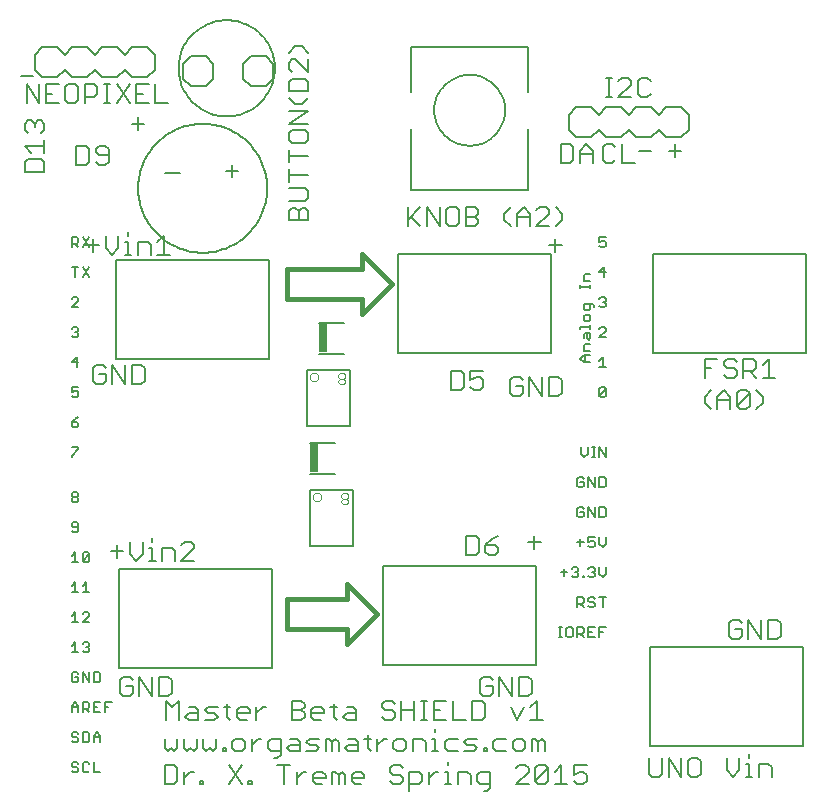
<source format=gto>
G75*
%MOIN*%
%OFA0B0*%
%FSLAX24Y24*%
%IPPOS*%
%LPD*%
%AMOC8*
5,1,8,0,0,1.08239X$1,22.5*
%
%ADD10C,0.0060*%
%ADD11C,0.0050*%
%ADD12C,0.0160*%
%ADD13C,0.0020*%
%ADD14C,0.0040*%
%ADD15C,0.0080*%
%ADD16R,0.0266X0.0965*%
D10*
X007830Y009682D02*
X008150Y009682D01*
X008257Y009789D01*
X008257Y010216D01*
X008150Y010323D01*
X007830Y010323D01*
X007830Y009682D01*
X008475Y009682D02*
X008475Y010109D01*
X008475Y009896D02*
X008688Y010109D01*
X008795Y010109D01*
X009012Y009789D02*
X009118Y009789D01*
X009118Y009682D01*
X009012Y009682D01*
X009012Y009789D01*
X009978Y009682D02*
X010406Y010323D01*
X010406Y010782D02*
X010193Y010782D01*
X010086Y010889D01*
X010086Y011103D01*
X010193Y011209D01*
X010406Y011209D01*
X010513Y011103D01*
X010513Y010889D01*
X010406Y010782D01*
X010730Y010782D02*
X010730Y011209D01*
X010730Y010996D02*
X010944Y011209D01*
X011051Y011209D01*
X011268Y011103D02*
X011268Y010889D01*
X011374Y010782D01*
X011695Y010782D01*
X011695Y010676D02*
X011695Y011209D01*
X011374Y011209D01*
X011268Y011103D01*
X011481Y010569D02*
X011588Y010569D01*
X011695Y010676D01*
X011912Y010889D02*
X012019Y010996D01*
X012339Y010996D01*
X012339Y011103D02*
X012339Y010782D01*
X012019Y010782D01*
X011912Y010889D01*
X012019Y011209D02*
X012232Y011209D01*
X012339Y011103D01*
X012557Y011103D02*
X012663Y011209D01*
X012984Y011209D01*
X013201Y011209D02*
X013201Y010782D01*
X013415Y010782D02*
X013415Y011103D01*
X013522Y011209D01*
X013628Y011103D01*
X013628Y010782D01*
X013846Y010889D02*
X013953Y010996D01*
X014273Y010996D01*
X014273Y011103D02*
X014273Y010782D01*
X013953Y010782D01*
X013846Y010889D01*
X013953Y011209D02*
X014166Y011209D01*
X014273Y011103D01*
X014490Y011209D02*
X014704Y011209D01*
X014597Y011316D02*
X014597Y010889D01*
X014704Y010782D01*
X014920Y010782D02*
X014920Y011209D01*
X014920Y010996D02*
X015134Y011209D01*
X015240Y011209D01*
X015457Y011103D02*
X015457Y010889D01*
X015564Y010782D01*
X015777Y010782D01*
X015884Y010889D01*
X015884Y011103D01*
X015777Y011209D01*
X015564Y011209D01*
X015457Y011103D01*
X016102Y011209D02*
X016102Y010782D01*
X016529Y010782D02*
X016529Y011103D01*
X016422Y011209D01*
X016102Y011209D01*
X016149Y011832D02*
X016149Y012473D01*
X016367Y012473D02*
X016580Y012473D01*
X016473Y012473D02*
X016473Y011832D01*
X016367Y011832D02*
X016580Y011832D01*
X016796Y011832D02*
X017223Y011832D01*
X017441Y011832D02*
X017868Y011832D01*
X018085Y011832D02*
X018406Y011832D01*
X018512Y011939D01*
X018512Y012366D01*
X018406Y012473D01*
X018085Y012473D01*
X018085Y011832D01*
X017927Y011209D02*
X018248Y011209D01*
X018141Y010996D02*
X017927Y010996D01*
X017821Y011103D01*
X017927Y011209D01*
X018141Y010996D02*
X018248Y010889D01*
X018141Y010782D01*
X017821Y010782D01*
X017603Y010782D02*
X017283Y010782D01*
X017176Y010889D01*
X017176Y011103D01*
X017283Y011209D01*
X017603Y011209D01*
X017441Y011832D02*
X017441Y012473D01*
X017223Y012473D02*
X016796Y012473D01*
X016796Y011832D01*
X016853Y011530D02*
X016853Y011423D01*
X016853Y011209D02*
X016853Y010782D01*
X016746Y010782D02*
X016960Y010782D01*
X016853Y011209D02*
X016746Y011209D01*
X017283Y010430D02*
X017283Y010323D01*
X017283Y010109D02*
X017176Y010109D01*
X017283Y010109D02*
X017283Y009682D01*
X017389Y009682D02*
X017176Y009682D01*
X016959Y010109D02*
X016852Y010109D01*
X016639Y009896D01*
X016639Y010109D02*
X016639Y009682D01*
X016421Y009789D02*
X016421Y010003D01*
X016315Y010109D01*
X015994Y010109D01*
X015994Y009469D01*
X015994Y009682D02*
X016315Y009682D01*
X016421Y009789D01*
X015777Y009789D02*
X015670Y009682D01*
X015457Y009682D01*
X015350Y009789D01*
X015457Y010003D02*
X015350Y010109D01*
X015350Y010216D01*
X015457Y010323D01*
X015670Y010323D01*
X015777Y010216D01*
X015670Y010003D02*
X015777Y009896D01*
X015777Y009789D01*
X015670Y010003D02*
X015457Y010003D01*
X014488Y010003D02*
X014488Y009896D01*
X014061Y009896D01*
X014061Y010003D02*
X014167Y010109D01*
X014381Y010109D01*
X014488Y010003D01*
X014381Y009682D02*
X014167Y009682D01*
X014061Y009789D01*
X014061Y010003D01*
X013843Y010003D02*
X013843Y009682D01*
X013630Y009682D02*
X013630Y010003D01*
X013736Y010109D01*
X013843Y010003D01*
X013630Y010003D02*
X013523Y010109D01*
X013416Y010109D01*
X013416Y009682D01*
X013199Y009896D02*
X012772Y009896D01*
X012772Y010003D02*
X012878Y010109D01*
X013092Y010109D01*
X013199Y010003D01*
X013199Y009896D01*
X013092Y009682D02*
X012878Y009682D01*
X012772Y009789D01*
X012772Y010003D01*
X012555Y010109D02*
X012448Y010109D01*
X012234Y009896D01*
X012234Y010109D02*
X012234Y009682D01*
X011803Y009682D02*
X011803Y010323D01*
X011590Y010323D02*
X012017Y010323D01*
X012557Y010782D02*
X012877Y010782D01*
X012984Y010889D01*
X012877Y010996D01*
X012663Y010996D01*
X012557Y011103D01*
X013201Y011209D02*
X013308Y011209D01*
X013415Y011103D01*
X013572Y011832D02*
X013465Y011939D01*
X013465Y012366D01*
X013359Y012259D02*
X013572Y012259D01*
X013895Y012259D02*
X014109Y012259D01*
X014215Y012153D01*
X014215Y011832D01*
X013895Y011832D01*
X013788Y011939D01*
X013895Y012046D01*
X014215Y012046D01*
X015077Y011939D02*
X015184Y011832D01*
X015398Y011832D01*
X015505Y011939D01*
X015505Y012046D01*
X015398Y012153D01*
X015184Y012153D01*
X015077Y012259D01*
X015077Y012366D01*
X015184Y012473D01*
X015398Y012473D01*
X015505Y012366D01*
X015722Y012473D02*
X015722Y011832D01*
X015722Y012153D02*
X016149Y012153D01*
X016796Y012153D02*
X017010Y012153D01*
X018346Y012739D02*
X018453Y012632D01*
X018667Y012632D01*
X018773Y012739D01*
X018773Y012953D01*
X018560Y012953D01*
X018773Y013166D02*
X018667Y013273D01*
X018453Y013273D01*
X018346Y013166D01*
X018346Y012739D01*
X018991Y012632D02*
X018991Y013273D01*
X019418Y012632D01*
X019418Y013273D01*
X019635Y013273D02*
X019956Y013273D01*
X020062Y013166D01*
X020062Y012739D01*
X019956Y012632D01*
X019635Y012632D01*
X019635Y013273D01*
X020233Y012473D02*
X020233Y011832D01*
X020446Y011832D02*
X020019Y011832D01*
X020019Y012259D02*
X020233Y012473D01*
X019802Y012259D02*
X019588Y011832D01*
X019374Y012259D01*
X019214Y011209D02*
X018894Y011209D01*
X018787Y011103D01*
X018787Y010889D01*
X018894Y010782D01*
X019214Y010782D01*
X019432Y010889D02*
X019432Y011103D01*
X019539Y011209D01*
X019752Y011209D01*
X019859Y011103D01*
X019859Y010889D01*
X019752Y010782D01*
X019539Y010782D01*
X019432Y010889D01*
X019646Y010323D02*
X019539Y010216D01*
X019646Y010323D02*
X019860Y010323D01*
X019966Y010216D01*
X019966Y010109D01*
X019539Y009682D01*
X019966Y009682D01*
X020184Y009789D02*
X020611Y010216D01*
X020611Y009789D01*
X020504Y009682D01*
X020291Y009682D01*
X020184Y009789D01*
X020184Y010216D01*
X020291Y010323D01*
X020504Y010323D01*
X020611Y010216D01*
X020828Y010109D02*
X021042Y010323D01*
X021042Y009682D01*
X021255Y009682D02*
X020828Y009682D01*
X021473Y009789D02*
X021580Y009682D01*
X021793Y009682D01*
X021900Y009789D01*
X021900Y010003D01*
X021793Y010109D01*
X021686Y010109D01*
X021473Y010003D01*
X021473Y010323D01*
X021900Y010323D01*
X020503Y010782D02*
X020503Y011103D01*
X020397Y011209D01*
X020290Y011103D01*
X020290Y010782D01*
X020076Y010782D02*
X020076Y011209D01*
X020183Y011209D01*
X020290Y011103D01*
X018572Y010889D02*
X018572Y010782D01*
X018465Y010782D01*
X018465Y010889D01*
X018572Y010889D01*
X018677Y010109D02*
X018357Y010109D01*
X018250Y010003D01*
X018250Y009789D01*
X018357Y009682D01*
X018677Y009682D01*
X018677Y009576D02*
X018677Y010109D01*
X018677Y009576D02*
X018570Y009469D01*
X018464Y009469D01*
X018033Y009682D02*
X018033Y010003D01*
X017926Y010109D01*
X017606Y010109D01*
X017606Y009682D01*
X020966Y014582D02*
X021080Y014582D01*
X021023Y014582D02*
X021023Y014923D01*
X020966Y014923D02*
X021080Y014923D01*
X021212Y014866D02*
X021212Y014639D01*
X021268Y014582D01*
X021382Y014582D01*
X021439Y014639D01*
X021439Y014866D01*
X021382Y014923D01*
X021268Y014923D01*
X021212Y014866D01*
X021580Y014923D02*
X021580Y014582D01*
X021580Y014696D02*
X021750Y014696D01*
X021807Y014753D01*
X021807Y014866D01*
X021750Y014923D01*
X021580Y014923D01*
X021693Y014696D02*
X021807Y014582D01*
X021948Y014582D02*
X022175Y014582D01*
X022317Y014582D02*
X022317Y014923D01*
X022544Y014923D01*
X022430Y014753D02*
X022317Y014753D01*
X022175Y014923D02*
X021948Y014923D01*
X021948Y014582D01*
X021948Y014753D02*
X022062Y014753D01*
X022119Y015582D02*
X022005Y015582D01*
X021948Y015639D01*
X022005Y015753D02*
X021948Y015809D01*
X021948Y015866D01*
X022005Y015923D01*
X022119Y015923D01*
X022175Y015866D01*
X022119Y015753D02*
X022175Y015696D01*
X022175Y015639D01*
X022119Y015582D01*
X022119Y015753D02*
X022005Y015753D01*
X021807Y015753D02*
X021750Y015696D01*
X021580Y015696D01*
X021693Y015696D02*
X021807Y015582D01*
X021807Y015753D02*
X021807Y015866D01*
X021750Y015923D01*
X021580Y015923D01*
X021580Y015582D01*
X022317Y015923D02*
X022544Y015923D01*
X022430Y015923D02*
X022430Y015582D01*
X022430Y016582D02*
X022544Y016696D01*
X022544Y016923D01*
X022317Y016923D02*
X022317Y016696D01*
X022430Y016582D01*
X022175Y016639D02*
X022119Y016582D01*
X022005Y016582D01*
X021948Y016639D01*
X021821Y016639D02*
X021821Y016582D01*
X021764Y016582D01*
X021764Y016639D01*
X021821Y016639D01*
X021623Y016639D02*
X021566Y016582D01*
X021453Y016582D01*
X021396Y016639D01*
X021509Y016753D02*
X021566Y016753D01*
X021623Y016696D01*
X021623Y016639D01*
X021566Y016753D02*
X021623Y016809D01*
X021623Y016866D01*
X021566Y016923D01*
X021453Y016923D01*
X021396Y016866D01*
X021254Y016753D02*
X021028Y016753D01*
X021141Y016866D02*
X021141Y016639D01*
X021948Y016866D02*
X022005Y016923D01*
X022119Y016923D01*
X022175Y016866D01*
X022175Y016809D01*
X022119Y016753D01*
X022175Y016696D01*
X022175Y016639D01*
X022119Y016753D02*
X022062Y016753D01*
X022119Y017582D02*
X022005Y017582D01*
X021948Y017639D01*
X021948Y017753D02*
X022062Y017809D01*
X022119Y017809D01*
X022175Y017753D01*
X022175Y017639D01*
X022119Y017582D01*
X022317Y017696D02*
X022430Y017582D01*
X022544Y017696D01*
X022544Y017923D01*
X022317Y017923D02*
X022317Y017696D01*
X022175Y017923D02*
X021948Y017923D01*
X021948Y017753D01*
X021807Y017753D02*
X021580Y017753D01*
X021693Y017866D02*
X021693Y017639D01*
X021637Y018582D02*
X021750Y018582D01*
X021807Y018639D01*
X021807Y018753D01*
X021693Y018753D01*
X021580Y018866D02*
X021580Y018639D01*
X021637Y018582D01*
X021580Y018866D02*
X021637Y018923D01*
X021750Y018923D01*
X021807Y018866D01*
X021948Y018923D02*
X022175Y018582D01*
X022175Y018923D01*
X022317Y018923D02*
X022317Y018582D01*
X022487Y018582D01*
X022544Y018639D01*
X022544Y018866D01*
X022487Y018923D01*
X022317Y018923D01*
X021948Y018923D02*
X021948Y018582D01*
X021948Y019582D02*
X021948Y019923D01*
X022175Y019582D01*
X022175Y019923D01*
X022317Y019923D02*
X022317Y019582D01*
X022487Y019582D01*
X022544Y019639D01*
X022544Y019866D01*
X022487Y019923D01*
X022317Y019923D01*
X021807Y019866D02*
X021750Y019923D01*
X021637Y019923D01*
X021580Y019866D01*
X021580Y019639D01*
X021637Y019582D01*
X021750Y019582D01*
X021807Y019639D01*
X021807Y019753D01*
X021693Y019753D01*
X021816Y020582D02*
X021930Y020696D01*
X021930Y020923D01*
X022071Y020923D02*
X022185Y020923D01*
X022128Y020923D02*
X022128Y020582D01*
X022071Y020582D02*
X022185Y020582D01*
X022317Y020582D02*
X022317Y020923D01*
X022544Y020582D01*
X022544Y020923D01*
X021816Y020582D02*
X021703Y020696D01*
X021703Y020923D01*
X022373Y022582D02*
X022317Y022639D01*
X022544Y022866D01*
X022544Y022639D01*
X022487Y022582D01*
X022373Y022582D01*
X022317Y022639D02*
X022317Y022866D01*
X022373Y022923D01*
X022487Y022923D01*
X022544Y022866D01*
X022544Y023582D02*
X022317Y023582D01*
X022430Y023582D02*
X022430Y023923D01*
X022317Y023809D01*
X022025Y023763D02*
X021798Y023763D01*
X021685Y023877D01*
X021798Y023990D01*
X022025Y023990D01*
X022025Y024131D02*
X021798Y024131D01*
X021798Y024302D01*
X021855Y024358D01*
X022025Y024358D01*
X021968Y024500D02*
X022025Y024556D01*
X022025Y024727D01*
X021855Y024727D01*
X021798Y024670D01*
X021798Y024556D01*
X021912Y024556D02*
X021912Y024727D01*
X021912Y024556D02*
X021968Y024500D01*
X022025Y024868D02*
X022025Y024981D01*
X022025Y024925D02*
X021685Y024925D01*
X021685Y024868D01*
X021855Y025114D02*
X021968Y025114D01*
X022025Y025170D01*
X022025Y025284D01*
X021968Y025340D01*
X021855Y025340D01*
X021798Y025284D01*
X021798Y025170D01*
X021855Y025114D01*
X021855Y025482D02*
X021968Y025482D01*
X022025Y025539D01*
X022025Y025709D01*
X022082Y025709D02*
X021798Y025709D01*
X021798Y025539D01*
X021855Y025482D01*
X022138Y025595D02*
X022138Y025652D01*
X022082Y025709D01*
X022317Y025639D02*
X022373Y025582D01*
X022487Y025582D01*
X022544Y025639D01*
X022544Y025696D01*
X022487Y025753D01*
X022430Y025753D01*
X022487Y025753D02*
X022544Y025809D01*
X022544Y025866D01*
X022487Y025923D01*
X022373Y025923D01*
X022317Y025866D01*
X022025Y026219D02*
X022025Y026332D01*
X022025Y026275D02*
X021685Y026275D01*
X021685Y026219D02*
X021685Y026332D01*
X021798Y026464D02*
X021798Y026634D01*
X021855Y026691D01*
X022025Y026691D01*
X022025Y026464D02*
X021798Y026464D01*
X022317Y026753D02*
X022544Y026753D01*
X022487Y026923D02*
X022317Y026753D01*
X022487Y026923D02*
X022487Y026582D01*
X022487Y027582D02*
X022373Y027582D01*
X022317Y027639D01*
X022317Y027753D02*
X022430Y027809D01*
X022487Y027809D01*
X022544Y027753D01*
X022544Y027639D01*
X022487Y027582D01*
X022317Y027753D02*
X022317Y027923D01*
X022544Y027923D01*
X021062Y027653D02*
X020635Y027653D01*
X020849Y027866D02*
X020849Y027439D01*
X020872Y028282D02*
X021085Y028496D01*
X021085Y028709D01*
X020872Y028923D01*
X020654Y028816D02*
X020547Y028923D01*
X020334Y028923D01*
X020227Y028816D01*
X020009Y028709D02*
X020009Y028282D01*
X020227Y028282D02*
X020654Y028709D01*
X020654Y028816D01*
X020654Y028282D02*
X020227Y028282D01*
X020009Y028603D02*
X019582Y028603D01*
X019582Y028709D02*
X019796Y028923D01*
X020009Y028709D01*
X019582Y028709D02*
X019582Y028282D01*
X019366Y028282D02*
X019153Y028496D01*
X019153Y028709D01*
X019366Y028923D01*
X018291Y028816D02*
X018291Y028709D01*
X018184Y028603D01*
X017864Y028603D01*
X017646Y028816D02*
X017646Y028389D01*
X017539Y028282D01*
X017326Y028282D01*
X017219Y028389D01*
X017219Y028816D01*
X017326Y028923D01*
X017539Y028923D01*
X017646Y028816D01*
X017864Y028923D02*
X017864Y028282D01*
X018184Y028282D01*
X018291Y028389D01*
X018291Y028496D01*
X018184Y028603D01*
X018291Y028816D02*
X018184Y028923D01*
X017864Y028923D01*
X017002Y028923D02*
X017002Y028282D01*
X016575Y028923D01*
X016575Y028282D01*
X016357Y028282D02*
X016037Y028603D01*
X015930Y028496D02*
X016357Y028923D01*
X015930Y028923D02*
X015930Y028282D01*
X012620Y028482D02*
X012620Y028803D01*
X012513Y028909D01*
X012406Y028909D01*
X012300Y028803D01*
X012300Y028482D01*
X012620Y028482D02*
X011979Y028482D01*
X011979Y028803D01*
X012086Y028909D01*
X012193Y028909D01*
X012300Y028803D01*
X012513Y029127D02*
X011979Y029127D01*
X011979Y029554D02*
X012513Y029554D01*
X012620Y029447D01*
X012620Y029234D01*
X012513Y029127D01*
X011979Y029771D02*
X011979Y030198D01*
X011979Y029985D02*
X012620Y029985D01*
X012620Y030630D02*
X011979Y030630D01*
X011979Y030843D02*
X011979Y030416D01*
X012086Y031061D02*
X012513Y031061D01*
X012620Y031167D01*
X012620Y031381D01*
X012513Y031488D01*
X012086Y031488D01*
X011979Y031381D01*
X011979Y031167D01*
X012086Y031061D01*
X011979Y031705D02*
X012620Y032132D01*
X011979Y032132D01*
X012193Y032350D02*
X011979Y032563D01*
X011979Y032779D02*
X011979Y033100D01*
X012086Y033206D01*
X012513Y033206D01*
X012620Y033100D01*
X012620Y032779D01*
X011979Y032779D01*
X012193Y032350D02*
X012406Y032350D01*
X012620Y032563D01*
X012620Y033424D02*
X012193Y033851D01*
X012086Y033851D01*
X011979Y033744D01*
X011979Y033531D01*
X012086Y033424D01*
X012620Y033424D02*
X012620Y033851D01*
X012620Y034068D02*
X012406Y034282D01*
X012193Y034282D01*
X011979Y034068D01*
X011979Y031705D02*
X012620Y031705D01*
X007954Y032382D02*
X007527Y032382D01*
X007527Y033023D01*
X007309Y033023D02*
X006882Y033023D01*
X006882Y032382D01*
X007309Y032382D01*
X007096Y032703D02*
X006882Y032703D01*
X006665Y033023D02*
X006238Y032382D01*
X006022Y032382D02*
X005808Y032382D01*
X005915Y032382D02*
X005915Y033023D01*
X005808Y033023D02*
X006022Y033023D01*
X006238Y033023D02*
X006665Y032382D01*
X006944Y031916D02*
X006944Y031489D01*
X007157Y031703D02*
X006730Y031703D01*
X005962Y030866D02*
X005856Y030973D01*
X005642Y030973D01*
X005535Y030866D01*
X005535Y030759D01*
X005642Y030653D01*
X005962Y030653D01*
X005962Y030866D02*
X005962Y030439D01*
X005856Y030332D01*
X005642Y030332D01*
X005535Y030439D01*
X005318Y030439D02*
X005211Y030332D01*
X004891Y030332D01*
X004891Y030973D01*
X005211Y030973D01*
X005318Y030866D01*
X005318Y030439D01*
X003820Y030419D02*
X003820Y030099D01*
X003179Y030099D01*
X003179Y030419D01*
X003286Y030526D01*
X003713Y030526D01*
X003820Y030419D01*
X003820Y030743D02*
X003820Y031170D01*
X003820Y030957D02*
X003179Y030957D01*
X003393Y030743D01*
X003286Y031388D02*
X003179Y031495D01*
X003179Y031708D01*
X003286Y031815D01*
X003393Y031815D01*
X003500Y031708D01*
X003606Y031815D01*
X003713Y031815D01*
X003820Y031708D01*
X003820Y031495D01*
X003713Y031388D01*
X003500Y031601D02*
X003500Y031708D01*
X003657Y032382D02*
X003657Y033023D01*
X003875Y033023D02*
X003875Y032382D01*
X004302Y032382D01*
X004519Y032489D02*
X004626Y032382D01*
X004839Y032382D01*
X004946Y032489D01*
X004946Y032916D01*
X004839Y033023D01*
X004626Y033023D01*
X004519Y032916D01*
X004519Y032489D01*
X004302Y033023D02*
X003875Y033023D01*
X003875Y032703D02*
X004088Y032703D01*
X003657Y032382D02*
X003230Y033023D01*
X003230Y032382D01*
X003030Y033303D02*
X003457Y033303D01*
X005164Y033023D02*
X005164Y032382D01*
X005164Y032596D02*
X005484Y032596D01*
X005591Y032703D01*
X005591Y032916D01*
X005484Y033023D01*
X005164Y033023D01*
X005867Y027973D02*
X005867Y027546D01*
X006080Y027332D01*
X006294Y027546D01*
X006294Y027973D01*
X006511Y027759D02*
X006618Y027759D01*
X006618Y027332D01*
X006511Y027332D02*
X006725Y027332D01*
X006941Y027332D02*
X006941Y027759D01*
X007261Y027759D01*
X007368Y027653D01*
X007368Y027332D01*
X007585Y027332D02*
X008012Y027332D01*
X007799Y027332D02*
X007799Y027973D01*
X007585Y027759D01*
X006618Y027973D02*
X006618Y028080D01*
X005649Y027653D02*
X005222Y027653D01*
X005325Y027582D02*
X005098Y027923D01*
X004957Y027866D02*
X004957Y027753D01*
X004900Y027696D01*
X004730Y027696D01*
X004843Y027696D02*
X004957Y027582D01*
X005098Y027582D02*
X005325Y027923D01*
X005436Y027866D02*
X005436Y027439D01*
X005325Y026923D02*
X005098Y026582D01*
X005325Y026582D02*
X005098Y026923D01*
X004957Y026923D02*
X004730Y026923D01*
X004843Y026923D02*
X004843Y026582D01*
X004787Y025923D02*
X004730Y025866D01*
X004787Y025923D02*
X004900Y025923D01*
X004957Y025866D01*
X004957Y025809D01*
X004730Y025582D01*
X004957Y025582D01*
X004900Y024923D02*
X004957Y024866D01*
X004957Y024809D01*
X004900Y024753D01*
X004957Y024696D01*
X004957Y024639D01*
X004900Y024582D01*
X004787Y024582D01*
X004730Y024639D01*
X004843Y024753D02*
X004900Y024753D01*
X004900Y024923D02*
X004787Y024923D01*
X004730Y024866D01*
X004900Y023923D02*
X004730Y023753D01*
X004957Y023753D01*
X004900Y023923D02*
X004900Y023582D01*
X005446Y023566D02*
X005446Y023139D01*
X005553Y023032D01*
X005767Y023032D01*
X005873Y023139D01*
X005873Y023353D01*
X005660Y023353D01*
X005873Y023566D02*
X005767Y023673D01*
X005553Y023673D01*
X005446Y023566D01*
X006091Y023673D02*
X006091Y023032D01*
X006518Y023032D02*
X006518Y023673D01*
X006735Y023673D02*
X007056Y023673D01*
X007162Y023566D01*
X007162Y023139D01*
X007056Y023032D01*
X006735Y023032D01*
X006735Y023673D01*
X006091Y023673D02*
X006518Y023032D01*
X004957Y022923D02*
X004730Y022923D01*
X004730Y022753D01*
X004843Y022809D01*
X004900Y022809D01*
X004957Y022753D01*
X004957Y022639D01*
X004900Y022582D01*
X004787Y022582D01*
X004730Y022639D01*
X004957Y021923D02*
X004843Y021866D01*
X004730Y021753D01*
X004900Y021753D01*
X004957Y021696D01*
X004957Y021639D01*
X004900Y021582D01*
X004787Y021582D01*
X004730Y021639D01*
X004730Y021753D01*
X004730Y020923D02*
X004957Y020923D01*
X004957Y020866D01*
X004730Y020639D01*
X004730Y020582D01*
X004787Y019423D02*
X004900Y019423D01*
X004957Y019366D01*
X004957Y019309D01*
X004900Y019253D01*
X004787Y019253D01*
X004730Y019309D01*
X004730Y019366D01*
X004787Y019423D01*
X004787Y019253D02*
X004730Y019196D01*
X004730Y019139D01*
X004787Y019082D01*
X004900Y019082D01*
X004957Y019139D01*
X004957Y019196D01*
X004900Y019253D01*
X004900Y018423D02*
X004787Y018423D01*
X004730Y018366D01*
X004730Y018309D01*
X004787Y018253D01*
X004957Y018253D01*
X004957Y018366D02*
X004957Y018139D01*
X004900Y018082D01*
X004787Y018082D01*
X004730Y018139D01*
X004957Y018366D02*
X004900Y018423D01*
X004843Y017423D02*
X004730Y017309D01*
X004843Y017423D02*
X004843Y017082D01*
X004730Y017082D02*
X004957Y017082D01*
X005098Y017139D02*
X005325Y017366D01*
X005325Y017139D01*
X005268Y017082D01*
X005155Y017082D01*
X005098Y017139D01*
X005098Y017366D01*
X005155Y017423D01*
X005268Y017423D01*
X005325Y017366D01*
X006030Y017453D02*
X006457Y017453D01*
X006675Y017346D02*
X006675Y017773D01*
X007102Y017773D02*
X007102Y017346D01*
X006888Y017132D01*
X006675Y017346D01*
X006244Y017239D02*
X006244Y017666D01*
X007319Y017559D02*
X007426Y017559D01*
X007426Y017132D01*
X007319Y017132D02*
X007533Y017132D01*
X007749Y017132D02*
X007749Y017559D01*
X008069Y017559D01*
X008176Y017453D01*
X008176Y017132D01*
X008393Y017132D02*
X008820Y017559D01*
X008820Y017666D01*
X008714Y017773D01*
X008500Y017773D01*
X008393Y017666D01*
X008393Y017132D02*
X008820Y017132D01*
X007426Y017773D02*
X007426Y017880D01*
X005212Y016423D02*
X005212Y016082D01*
X005325Y016082D02*
X005098Y016082D01*
X004957Y016082D02*
X004730Y016082D01*
X004843Y016082D02*
X004843Y016423D01*
X004730Y016309D01*
X005098Y016309D02*
X005212Y016423D01*
X005268Y015423D02*
X005155Y015423D01*
X005098Y015366D01*
X005268Y015423D02*
X005325Y015366D01*
X005325Y015309D01*
X005098Y015082D01*
X005325Y015082D01*
X004957Y015082D02*
X004730Y015082D01*
X004843Y015082D02*
X004843Y015423D01*
X004730Y015309D01*
X004843Y014423D02*
X004730Y014309D01*
X004843Y014423D02*
X004843Y014082D01*
X004730Y014082D02*
X004957Y014082D01*
X005098Y014139D02*
X005155Y014082D01*
X005268Y014082D01*
X005325Y014139D01*
X005325Y014196D01*
X005268Y014253D01*
X005212Y014253D01*
X005268Y014253D02*
X005325Y014309D01*
X005325Y014366D01*
X005268Y014423D01*
X005155Y014423D01*
X005098Y014366D01*
X005098Y013423D02*
X005325Y013082D01*
X005325Y013423D01*
X005467Y013423D02*
X005467Y013082D01*
X005637Y013082D01*
X005693Y013139D01*
X005693Y013366D01*
X005637Y013423D01*
X005467Y013423D01*
X005098Y013423D02*
X005098Y013082D01*
X004957Y013139D02*
X004957Y013253D01*
X004843Y013253D01*
X004730Y013366D02*
X004787Y013423D01*
X004900Y013423D01*
X004957Y013366D01*
X004957Y013139D02*
X004900Y013082D01*
X004787Y013082D01*
X004730Y013139D01*
X004730Y013366D01*
X004843Y012423D02*
X004957Y012309D01*
X004957Y012082D01*
X005098Y012082D02*
X005098Y012423D01*
X005268Y012423D01*
X005325Y012366D01*
X005325Y012253D01*
X005268Y012196D01*
X005098Y012196D01*
X005212Y012196D02*
X005325Y012082D01*
X005467Y012082D02*
X005467Y012423D01*
X005693Y012423D01*
X005835Y012423D02*
X006062Y012423D01*
X005948Y012253D02*
X005835Y012253D01*
X005835Y012423D02*
X005835Y012082D01*
X005693Y012082D02*
X005467Y012082D01*
X005467Y012253D02*
X005580Y012253D01*
X004957Y012253D02*
X004730Y012253D01*
X004730Y012309D02*
X004843Y012423D01*
X004730Y012309D02*
X004730Y012082D01*
X004787Y011423D02*
X004730Y011366D01*
X004730Y011309D01*
X004787Y011253D01*
X004900Y011253D01*
X004957Y011196D01*
X004957Y011139D01*
X004900Y011082D01*
X004787Y011082D01*
X004730Y011139D01*
X004787Y011423D02*
X004900Y011423D01*
X004957Y011366D01*
X005098Y011423D02*
X005098Y011082D01*
X005268Y011082D01*
X005325Y011139D01*
X005325Y011366D01*
X005268Y011423D01*
X005098Y011423D01*
X005467Y011309D02*
X005467Y011082D01*
X005467Y011253D02*
X005693Y011253D01*
X005693Y011309D02*
X005693Y011082D01*
X005693Y011309D02*
X005580Y011423D01*
X005467Y011309D01*
X005467Y010423D02*
X005467Y010082D01*
X005693Y010082D01*
X005325Y010139D02*
X005268Y010082D01*
X005155Y010082D01*
X005098Y010139D01*
X005098Y010366D01*
X005155Y010423D01*
X005268Y010423D01*
X005325Y010366D01*
X004957Y010366D02*
X004900Y010423D01*
X004787Y010423D01*
X004730Y010366D01*
X004730Y010309D01*
X004787Y010253D01*
X004900Y010253D01*
X004957Y010196D01*
X004957Y010139D01*
X004900Y010082D01*
X004787Y010082D01*
X004730Y010139D01*
X006453Y012632D02*
X006667Y012632D01*
X006773Y012739D01*
X006773Y012953D01*
X006560Y012953D01*
X006773Y013166D02*
X006667Y013273D01*
X006453Y013273D01*
X006346Y013166D01*
X006346Y012739D01*
X006453Y012632D01*
X006991Y012632D02*
X006991Y013273D01*
X007418Y012632D01*
X007418Y013273D01*
X007635Y013273D02*
X007956Y013273D01*
X008062Y013166D01*
X008062Y012739D01*
X007956Y012632D01*
X007635Y012632D01*
X007635Y013273D01*
X007880Y012473D02*
X008094Y012259D01*
X008307Y012473D01*
X008307Y011832D01*
X008525Y011939D02*
X008631Y012046D01*
X008952Y012046D01*
X008952Y012153D02*
X008952Y011832D01*
X008631Y011832D01*
X008525Y011939D01*
X008631Y012259D02*
X008845Y012259D01*
X008952Y012153D01*
X009169Y012153D02*
X009276Y012259D01*
X009596Y012259D01*
X009814Y012259D02*
X010027Y012259D01*
X009920Y012366D02*
X009920Y011939D01*
X010027Y011832D01*
X010243Y011939D02*
X010243Y012153D01*
X010350Y012259D01*
X010564Y012259D01*
X010670Y012153D01*
X010670Y012046D01*
X010243Y012046D01*
X010243Y011939D02*
X010350Y011832D01*
X010564Y011832D01*
X010888Y011832D02*
X010888Y012259D01*
X010888Y012046D02*
X011101Y012259D01*
X011208Y012259D01*
X012070Y012153D02*
X012390Y012153D01*
X012497Y012046D01*
X012497Y011939D01*
X012390Y011832D01*
X012070Y011832D01*
X012070Y012473D01*
X012390Y012473D01*
X012497Y012366D01*
X012497Y012259D01*
X012390Y012153D01*
X012714Y012153D02*
X012714Y011939D01*
X012821Y011832D01*
X013034Y011832D01*
X013141Y012046D02*
X012714Y012046D01*
X012714Y012153D02*
X012821Y012259D01*
X013034Y012259D01*
X013141Y012153D01*
X013141Y012046D01*
X010730Y009789D02*
X010730Y009682D01*
X010623Y009682D01*
X010623Y009789D01*
X010730Y009789D01*
X010406Y009682D02*
X009978Y010323D01*
X009870Y010782D02*
X009764Y010782D01*
X009764Y010889D01*
X009870Y010889D01*
X009870Y010782D01*
X009546Y010889D02*
X009546Y011209D01*
X009546Y010889D02*
X009439Y010782D01*
X009333Y010889D01*
X009226Y010782D01*
X009119Y010889D01*
X009119Y011209D01*
X008902Y011209D02*
X008902Y010889D01*
X008795Y010782D01*
X008688Y010889D01*
X008581Y010782D01*
X008475Y010889D01*
X008475Y011209D01*
X008257Y011209D02*
X008257Y010889D01*
X008150Y010782D01*
X008044Y010889D01*
X007937Y010782D01*
X007830Y010889D01*
X007830Y011209D01*
X007880Y011832D02*
X007880Y012473D01*
X009169Y012153D02*
X009276Y012046D01*
X009489Y012046D01*
X009596Y011939D01*
X009489Y011832D01*
X009169Y011832D01*
X017880Y017332D02*
X018200Y017332D01*
X018307Y017439D01*
X018307Y017866D01*
X018200Y017973D01*
X017880Y017973D01*
X017880Y017332D01*
X018525Y017439D02*
X018631Y017332D01*
X018845Y017332D01*
X018952Y017439D01*
X018952Y017546D01*
X018845Y017653D01*
X018525Y017653D01*
X018525Y017439D01*
X018525Y017653D02*
X018738Y017866D01*
X018952Y017973D01*
X019935Y017753D02*
X020362Y017753D01*
X020149Y017966D02*
X020149Y017539D01*
X019991Y022632D02*
X019991Y023273D01*
X020418Y022632D01*
X020418Y023273D01*
X020635Y023273D02*
X020635Y022632D01*
X020956Y022632D01*
X021062Y022739D01*
X021062Y023166D01*
X020956Y023273D01*
X020635Y023273D01*
X019773Y023166D02*
X019667Y023273D01*
X019453Y023273D01*
X019346Y023166D01*
X019346Y022739D01*
X019453Y022632D01*
X019667Y022632D01*
X019773Y022739D01*
X019773Y022953D01*
X019560Y022953D01*
X018452Y022939D02*
X018345Y022832D01*
X018131Y022832D01*
X018025Y022939D01*
X018025Y023153D02*
X018238Y023259D01*
X018345Y023259D01*
X018452Y023153D01*
X018452Y022939D01*
X018452Y023473D02*
X018025Y023473D01*
X018025Y023153D01*
X017807Y023366D02*
X017700Y023473D01*
X017380Y023473D01*
X017380Y022832D01*
X017700Y022832D01*
X017807Y022939D01*
X017807Y023366D01*
X021855Y023763D02*
X021855Y023990D01*
X022317Y024582D02*
X022544Y024809D01*
X022544Y024866D01*
X022487Y024923D01*
X022373Y024923D01*
X022317Y024866D01*
X022317Y024582D02*
X022544Y024582D01*
X025830Y023873D02*
X025830Y023232D01*
X025830Y023553D02*
X026044Y023553D01*
X025830Y023873D02*
X026257Y023873D01*
X026475Y023766D02*
X026475Y023659D01*
X026581Y023553D01*
X026795Y023553D01*
X026902Y023446D01*
X026902Y023339D01*
X026795Y023232D01*
X026581Y023232D01*
X026475Y023339D01*
X026475Y023766D02*
X026581Y023873D01*
X026795Y023873D01*
X026902Y023766D01*
X027119Y023873D02*
X027439Y023873D01*
X027546Y023766D01*
X027546Y023553D01*
X027439Y023446D01*
X027119Y023446D01*
X027333Y023446D02*
X027546Y023232D01*
X027764Y023232D02*
X028191Y023232D01*
X027977Y023232D02*
X027977Y023873D01*
X027764Y023659D01*
X027119Y023873D02*
X027119Y023232D01*
X027225Y022823D02*
X027011Y022823D01*
X026904Y022716D01*
X026904Y022289D01*
X027331Y022716D01*
X027331Y022289D01*
X027225Y022182D01*
X027011Y022182D01*
X026904Y022289D01*
X026687Y022182D02*
X026687Y022609D01*
X026473Y022823D01*
X026260Y022609D01*
X026260Y022182D01*
X026044Y022182D02*
X025830Y022396D01*
X025830Y022609D01*
X026044Y022823D01*
X026260Y022503D02*
X026687Y022503D01*
X027225Y022823D02*
X027331Y022716D01*
X027549Y022823D02*
X027762Y022609D01*
X027762Y022396D01*
X027549Y022182D01*
X027718Y015173D02*
X027718Y014532D01*
X027291Y015173D01*
X027291Y014532D01*
X027073Y014639D02*
X027073Y014853D01*
X026860Y014853D01*
X027073Y015066D02*
X026967Y015173D01*
X026753Y015173D01*
X026646Y015066D01*
X026646Y014639D01*
X026753Y014532D01*
X026967Y014532D01*
X027073Y014639D01*
X027935Y014532D02*
X028256Y014532D01*
X028362Y014639D01*
X028362Y015066D01*
X028256Y015173D01*
X027935Y015173D01*
X027935Y014532D01*
X027313Y010680D02*
X027313Y010573D01*
X027313Y010359D02*
X027313Y009932D01*
X027419Y009932D02*
X027206Y009932D01*
X026988Y010146D02*
X026988Y010573D01*
X027206Y010359D02*
X027313Y010359D01*
X026988Y010146D02*
X026775Y009932D01*
X026561Y010146D01*
X026561Y010573D01*
X025699Y010466D02*
X025699Y010039D01*
X025592Y009932D01*
X025379Y009932D01*
X025272Y010039D01*
X025272Y010466D01*
X025379Y010573D01*
X025592Y010573D01*
X025699Y010466D01*
X025055Y010573D02*
X025055Y009932D01*
X024628Y010573D01*
X024628Y009932D01*
X024410Y010039D02*
X024410Y010573D01*
X024410Y010039D02*
X024303Y009932D01*
X024090Y009932D01*
X023983Y010039D01*
X023983Y010573D01*
X027635Y010359D02*
X027635Y009932D01*
X027635Y010359D02*
X027956Y010359D01*
X028062Y010253D01*
X028062Y009932D01*
X024844Y030589D02*
X024844Y031016D01*
X024630Y030803D02*
X025057Y030803D01*
X024057Y030803D02*
X023630Y030803D01*
X023502Y030382D02*
X023075Y030382D01*
X023075Y031023D01*
X022857Y030916D02*
X022750Y031023D01*
X022537Y031023D01*
X022430Y030916D01*
X022430Y030489D01*
X022537Y030382D01*
X022750Y030382D01*
X022857Y030489D01*
X022102Y030382D02*
X022102Y030809D01*
X021888Y031023D01*
X021675Y030809D01*
X021675Y030382D01*
X021457Y030489D02*
X021457Y030916D01*
X021350Y031023D01*
X021030Y031023D01*
X021030Y030382D01*
X021350Y030382D01*
X021457Y030489D01*
X021675Y030703D02*
X022102Y030703D01*
X022530Y032582D02*
X022744Y032582D01*
X022637Y032582D02*
X022637Y033223D01*
X022530Y033223D02*
X022744Y033223D01*
X022960Y033116D02*
X023066Y033223D01*
X023280Y033223D01*
X023387Y033116D01*
X023387Y033009D01*
X022960Y032582D01*
X023387Y032582D01*
X023604Y032689D02*
X023604Y033116D01*
X023711Y033223D01*
X023925Y033223D01*
X024031Y033116D01*
X024031Y032689D02*
X023925Y032582D01*
X023711Y032582D01*
X023604Y032689D01*
X004957Y027866D02*
X004900Y027923D01*
X004730Y027923D01*
X004730Y027582D01*
D11*
X006200Y027152D02*
X011300Y027152D01*
X011300Y023852D01*
X006200Y023852D01*
X006200Y027152D01*
X008297Y033552D02*
X008299Y033632D01*
X008305Y033712D01*
X008315Y033791D01*
X008329Y033870D01*
X008347Y033948D01*
X008368Y034024D01*
X008394Y034100D01*
X008423Y034175D01*
X008456Y034248D01*
X008492Y034319D01*
X008532Y034388D01*
X008576Y034455D01*
X008622Y034520D01*
X008672Y034582D01*
X008725Y034642D01*
X008781Y034700D01*
X008839Y034754D01*
X008901Y034805D01*
X008964Y034854D01*
X009030Y034899D01*
X009099Y034940D01*
X009169Y034978D01*
X009241Y035013D01*
X009314Y035044D01*
X009389Y035072D01*
X009466Y035095D01*
X009543Y035115D01*
X009622Y035131D01*
X009701Y035143D01*
X009780Y035151D01*
X009860Y035155D01*
X009940Y035155D01*
X010020Y035151D01*
X010099Y035143D01*
X010178Y035131D01*
X010257Y035115D01*
X010334Y035095D01*
X010411Y035072D01*
X010486Y035044D01*
X010559Y035013D01*
X010631Y034978D01*
X010702Y034940D01*
X010770Y034899D01*
X010836Y034854D01*
X010899Y034805D01*
X010961Y034754D01*
X011019Y034700D01*
X011075Y034642D01*
X011128Y034582D01*
X011178Y034520D01*
X011224Y034455D01*
X011268Y034388D01*
X011308Y034319D01*
X011344Y034248D01*
X011377Y034175D01*
X011406Y034100D01*
X011432Y034024D01*
X011453Y033948D01*
X011471Y033870D01*
X011485Y033791D01*
X011495Y033712D01*
X011501Y033632D01*
X011503Y033552D01*
X011501Y033472D01*
X011495Y033392D01*
X011485Y033313D01*
X011471Y033234D01*
X011453Y033156D01*
X011432Y033080D01*
X011406Y033004D01*
X011377Y032929D01*
X011344Y032856D01*
X011308Y032785D01*
X011268Y032716D01*
X011224Y032649D01*
X011178Y032584D01*
X011128Y032522D01*
X011075Y032462D01*
X011019Y032404D01*
X010961Y032350D01*
X010899Y032299D01*
X010836Y032250D01*
X010770Y032205D01*
X010701Y032164D01*
X010631Y032126D01*
X010559Y032091D01*
X010486Y032060D01*
X010411Y032032D01*
X010334Y032009D01*
X010257Y031989D01*
X010178Y031973D01*
X010099Y031961D01*
X010020Y031953D01*
X009940Y031949D01*
X009860Y031949D01*
X009780Y031953D01*
X009701Y031961D01*
X009622Y031973D01*
X009543Y031989D01*
X009466Y032009D01*
X009389Y032032D01*
X009314Y032060D01*
X009241Y032091D01*
X009169Y032126D01*
X009098Y032164D01*
X009030Y032205D01*
X008964Y032250D01*
X008901Y032299D01*
X008839Y032350D01*
X008781Y032404D01*
X008725Y032462D01*
X008672Y032522D01*
X008622Y032584D01*
X008576Y032649D01*
X008532Y032716D01*
X008492Y032785D01*
X008456Y032856D01*
X008423Y032929D01*
X008394Y033004D01*
X008368Y033080D01*
X008347Y033156D01*
X008329Y033234D01*
X008315Y033313D01*
X008305Y033392D01*
X008299Y033472D01*
X008297Y033552D01*
X015600Y027352D02*
X015600Y024052D01*
X020700Y024052D01*
X020700Y027352D01*
X015600Y027352D01*
X014010Y023482D02*
X012590Y023482D01*
X012590Y021622D01*
X014010Y021622D01*
X014010Y023482D01*
X014110Y019482D02*
X012690Y019482D01*
X012690Y017622D01*
X014110Y017622D01*
X014110Y019482D01*
X015100Y016952D02*
X015100Y013652D01*
X020200Y013652D01*
X020200Y016952D01*
X015100Y016952D01*
X011400Y016852D02*
X011400Y013552D01*
X006300Y013552D01*
X006300Y016852D01*
X011400Y016852D01*
X024000Y014252D02*
X024000Y010952D01*
X029100Y010952D01*
X029100Y014252D01*
X024000Y014252D01*
X024100Y024052D02*
X024100Y027352D01*
X029200Y027352D01*
X029200Y024052D01*
X024100Y024052D01*
X016819Y032152D02*
X016821Y032221D01*
X016827Y032289D01*
X016837Y032357D01*
X016851Y032424D01*
X016869Y032491D01*
X016890Y032556D01*
X016916Y032620D01*
X016945Y032682D01*
X016977Y032742D01*
X017013Y032801D01*
X017053Y032857D01*
X017095Y032911D01*
X017141Y032962D01*
X017190Y033011D01*
X017241Y033057D01*
X017295Y033099D01*
X017351Y033139D01*
X017409Y033175D01*
X017470Y033207D01*
X017532Y033236D01*
X017596Y033262D01*
X017661Y033283D01*
X017728Y033301D01*
X017795Y033315D01*
X017863Y033325D01*
X017931Y033331D01*
X018000Y033333D01*
X018069Y033331D01*
X018137Y033325D01*
X018205Y033315D01*
X018272Y033301D01*
X018339Y033283D01*
X018404Y033262D01*
X018468Y033236D01*
X018530Y033207D01*
X018590Y033175D01*
X018649Y033139D01*
X018705Y033099D01*
X018759Y033057D01*
X018810Y033011D01*
X018859Y032962D01*
X018905Y032911D01*
X018947Y032857D01*
X018987Y032801D01*
X019023Y032742D01*
X019055Y032682D01*
X019084Y032620D01*
X019110Y032556D01*
X019131Y032491D01*
X019149Y032424D01*
X019163Y032357D01*
X019173Y032289D01*
X019179Y032221D01*
X019181Y032152D01*
X019179Y032083D01*
X019173Y032015D01*
X019163Y031947D01*
X019149Y031880D01*
X019131Y031813D01*
X019110Y031748D01*
X019084Y031684D01*
X019055Y031622D01*
X019023Y031561D01*
X018987Y031503D01*
X018947Y031447D01*
X018905Y031393D01*
X018859Y031342D01*
X018810Y031293D01*
X018759Y031247D01*
X018705Y031205D01*
X018649Y031165D01*
X018591Y031129D01*
X018530Y031097D01*
X018468Y031068D01*
X018404Y031042D01*
X018339Y031021D01*
X018272Y031003D01*
X018205Y030989D01*
X018137Y030979D01*
X018069Y030973D01*
X018000Y030971D01*
X017931Y030973D01*
X017863Y030979D01*
X017795Y030989D01*
X017728Y031003D01*
X017661Y031021D01*
X017596Y031042D01*
X017532Y031068D01*
X017470Y031097D01*
X017409Y031129D01*
X017351Y031165D01*
X017295Y031205D01*
X017241Y031247D01*
X017190Y031293D01*
X017141Y031342D01*
X017095Y031393D01*
X017053Y031447D01*
X017013Y031503D01*
X016977Y031561D01*
X016945Y031622D01*
X016916Y031684D01*
X016890Y031748D01*
X016869Y031813D01*
X016851Y031880D01*
X016837Y031947D01*
X016827Y032015D01*
X016821Y032083D01*
X016819Y032152D01*
D12*
X014400Y027352D02*
X015400Y026352D01*
X014400Y025352D01*
X014400Y025852D01*
X011900Y025852D01*
X011900Y026852D01*
X014400Y026852D01*
X014400Y027352D01*
X013900Y016352D02*
X013900Y015852D01*
X011900Y015852D01*
X011900Y014852D01*
X013900Y014852D01*
X013900Y014352D01*
X014900Y015352D01*
X013900Y016352D01*
D13*
X012770Y019262D02*
X012772Y019285D01*
X012778Y019307D01*
X012787Y019329D01*
X012800Y019348D01*
X012815Y019365D01*
X012833Y019379D01*
X012854Y019390D01*
X012876Y019398D01*
X012898Y019402D01*
X012922Y019402D01*
X012944Y019398D01*
X012966Y019390D01*
X012987Y019379D01*
X013005Y019365D01*
X013020Y019348D01*
X013033Y019329D01*
X013042Y019307D01*
X013048Y019285D01*
X013050Y019262D01*
X013048Y019239D01*
X013042Y019217D01*
X013033Y019195D01*
X013020Y019176D01*
X013005Y019159D01*
X012987Y019145D01*
X012966Y019134D01*
X012944Y019126D01*
X012922Y019122D01*
X012898Y019122D01*
X012876Y019126D01*
X012854Y019134D01*
X012833Y019145D01*
X012815Y019159D01*
X012800Y019176D01*
X012787Y019195D01*
X012778Y019217D01*
X012772Y019239D01*
X012770Y019262D01*
X012670Y023262D02*
X012672Y023285D01*
X012678Y023307D01*
X012687Y023329D01*
X012700Y023348D01*
X012715Y023365D01*
X012733Y023379D01*
X012754Y023390D01*
X012776Y023398D01*
X012798Y023402D01*
X012822Y023402D01*
X012844Y023398D01*
X012866Y023390D01*
X012887Y023379D01*
X012905Y023365D01*
X012920Y023348D01*
X012933Y023329D01*
X012942Y023307D01*
X012948Y023285D01*
X012950Y023262D01*
X012948Y023239D01*
X012942Y023217D01*
X012933Y023195D01*
X012920Y023176D01*
X012905Y023159D01*
X012887Y023145D01*
X012866Y023134D01*
X012844Y023126D01*
X012822Y023122D01*
X012798Y023122D01*
X012776Y023126D01*
X012754Y023134D01*
X012733Y023145D01*
X012715Y023159D01*
X012700Y023176D01*
X012687Y023195D01*
X012678Y023217D01*
X012672Y023239D01*
X012670Y023262D01*
D14*
X013620Y023263D02*
X013620Y023323D01*
X013680Y023383D01*
X013800Y023383D01*
X013860Y023323D01*
X013860Y023263D01*
X013800Y023203D01*
X013680Y023203D01*
X013620Y023263D01*
X013680Y023203D02*
X013620Y023142D01*
X013620Y023082D01*
X013680Y023022D01*
X013800Y023022D01*
X013860Y023082D01*
X013860Y023142D01*
X013800Y023203D01*
X013780Y019383D02*
X013900Y019383D01*
X013960Y019323D01*
X013960Y019263D01*
X013900Y019203D01*
X013780Y019203D01*
X013720Y019263D01*
X013720Y019323D01*
X013780Y019383D01*
X013780Y019203D02*
X013720Y019142D01*
X013720Y019082D01*
X013780Y019022D01*
X013900Y019022D01*
X013960Y019082D01*
X013960Y019142D01*
X013900Y019203D01*
D15*
X013504Y020041D02*
X012693Y020041D01*
X012693Y021064D02*
X013504Y021064D01*
X013804Y024041D02*
X012993Y024041D01*
X012993Y025064D02*
X013804Y025064D01*
X016059Y029503D02*
X019941Y029503D01*
X019941Y031542D01*
X019941Y032763D02*
X019941Y034257D01*
X016059Y034257D01*
X016059Y032763D01*
X016059Y031542D02*
X016059Y029503D01*
X011450Y033202D02*
X011450Y033702D01*
X011200Y033952D01*
X010700Y033952D01*
X010450Y033702D01*
X010450Y033202D01*
X010700Y032952D01*
X011200Y032952D01*
X011450Y033202D01*
X009450Y033202D02*
X009450Y033702D01*
X009200Y033952D01*
X008700Y033952D01*
X008450Y033702D01*
X008450Y033202D01*
X008700Y032952D01*
X009200Y032952D01*
X009450Y033202D01*
X007500Y033502D02*
X007250Y033252D01*
X006750Y033252D01*
X006500Y033502D01*
X006250Y033252D01*
X005750Y033252D01*
X005500Y033502D01*
X005250Y033252D01*
X004750Y033252D01*
X004500Y033502D01*
X004250Y033252D01*
X003750Y033252D01*
X003500Y033502D01*
X003500Y034002D01*
X003750Y034252D01*
X004250Y034252D01*
X004500Y034002D01*
X004750Y034252D01*
X005250Y034252D01*
X005500Y034002D01*
X005750Y034252D01*
X006250Y034252D01*
X006500Y034002D01*
X006750Y034252D01*
X007250Y034252D01*
X007500Y034002D01*
X007500Y033502D01*
X010072Y030342D02*
X010072Y029942D01*
X010272Y030142D02*
X009872Y030142D01*
X006950Y029552D02*
X006952Y029644D01*
X006958Y029737D01*
X006968Y029829D01*
X006982Y029920D01*
X007000Y030011D01*
X007021Y030101D01*
X007047Y030190D01*
X007076Y030278D01*
X007109Y030364D01*
X007146Y030449D01*
X007186Y030532D01*
X007230Y030614D01*
X007278Y030693D01*
X007329Y030770D01*
X007383Y030845D01*
X007440Y030918D01*
X007500Y030988D01*
X007563Y031056D01*
X007630Y031121D01*
X007698Y031182D01*
X007770Y031241D01*
X007844Y031297D01*
X007920Y031349D01*
X007998Y031398D01*
X008079Y031444D01*
X008161Y031486D01*
X008245Y031525D01*
X008331Y031560D01*
X008418Y031591D01*
X008506Y031618D01*
X008596Y031642D01*
X008686Y031662D01*
X008777Y031678D01*
X008869Y031690D01*
X008961Y031698D01*
X009054Y031702D01*
X009146Y031702D01*
X009239Y031698D01*
X009331Y031690D01*
X009423Y031678D01*
X009514Y031662D01*
X009604Y031642D01*
X009694Y031618D01*
X009782Y031591D01*
X009869Y031560D01*
X009955Y031525D01*
X010039Y031486D01*
X010121Y031444D01*
X010202Y031398D01*
X010280Y031349D01*
X010356Y031297D01*
X010430Y031241D01*
X010502Y031182D01*
X010570Y031121D01*
X010637Y031056D01*
X010700Y030988D01*
X010760Y030918D01*
X010817Y030845D01*
X010871Y030770D01*
X010922Y030693D01*
X010970Y030614D01*
X011014Y030532D01*
X011054Y030449D01*
X011091Y030364D01*
X011124Y030278D01*
X011153Y030190D01*
X011179Y030101D01*
X011200Y030011D01*
X011218Y029920D01*
X011232Y029829D01*
X011242Y029737D01*
X011248Y029644D01*
X011250Y029552D01*
X011248Y029460D01*
X011242Y029367D01*
X011232Y029275D01*
X011218Y029184D01*
X011200Y029093D01*
X011179Y029003D01*
X011153Y028914D01*
X011124Y028826D01*
X011091Y028740D01*
X011054Y028655D01*
X011014Y028572D01*
X010970Y028490D01*
X010922Y028411D01*
X010871Y028334D01*
X010817Y028259D01*
X010760Y028186D01*
X010700Y028116D01*
X010637Y028048D01*
X010570Y027983D01*
X010502Y027922D01*
X010430Y027863D01*
X010356Y027807D01*
X010280Y027755D01*
X010202Y027706D01*
X010121Y027660D01*
X010039Y027618D01*
X009955Y027579D01*
X009869Y027544D01*
X009782Y027513D01*
X009694Y027486D01*
X009604Y027462D01*
X009514Y027442D01*
X009423Y027426D01*
X009331Y027414D01*
X009239Y027406D01*
X009146Y027402D01*
X009054Y027402D01*
X008961Y027406D01*
X008869Y027414D01*
X008777Y027426D01*
X008686Y027442D01*
X008596Y027462D01*
X008506Y027486D01*
X008418Y027513D01*
X008331Y027544D01*
X008245Y027579D01*
X008161Y027618D01*
X008079Y027660D01*
X007998Y027706D01*
X007920Y027755D01*
X007844Y027807D01*
X007770Y027863D01*
X007698Y027922D01*
X007630Y027983D01*
X007563Y028048D01*
X007500Y028116D01*
X007440Y028186D01*
X007383Y028259D01*
X007329Y028334D01*
X007278Y028411D01*
X007230Y028490D01*
X007186Y028572D01*
X007146Y028655D01*
X007109Y028740D01*
X007076Y028826D01*
X007047Y028914D01*
X007021Y029003D01*
X007000Y029093D01*
X006982Y029184D01*
X006968Y029275D01*
X006958Y029367D01*
X006952Y029460D01*
X006950Y029552D01*
X007850Y030052D02*
X008350Y030052D01*
X021300Y031502D02*
X021550Y031252D01*
X022050Y031252D01*
X022300Y031502D01*
X022550Y031252D01*
X023050Y031252D01*
X023300Y031502D01*
X023550Y031252D01*
X024050Y031252D01*
X024300Y031502D01*
X024550Y031252D01*
X025050Y031252D01*
X025300Y031502D01*
X025300Y032002D01*
X025050Y032252D01*
X024550Y032252D01*
X024300Y032002D01*
X024050Y032252D01*
X023550Y032252D01*
X023300Y032002D01*
X023050Y032252D01*
X022550Y032252D01*
X022300Y032002D01*
X022050Y032252D01*
X021550Y032252D01*
X021300Y032002D01*
X021300Y031502D01*
D16*
X013114Y024552D03*
X012814Y020552D03*
M02*

</source>
